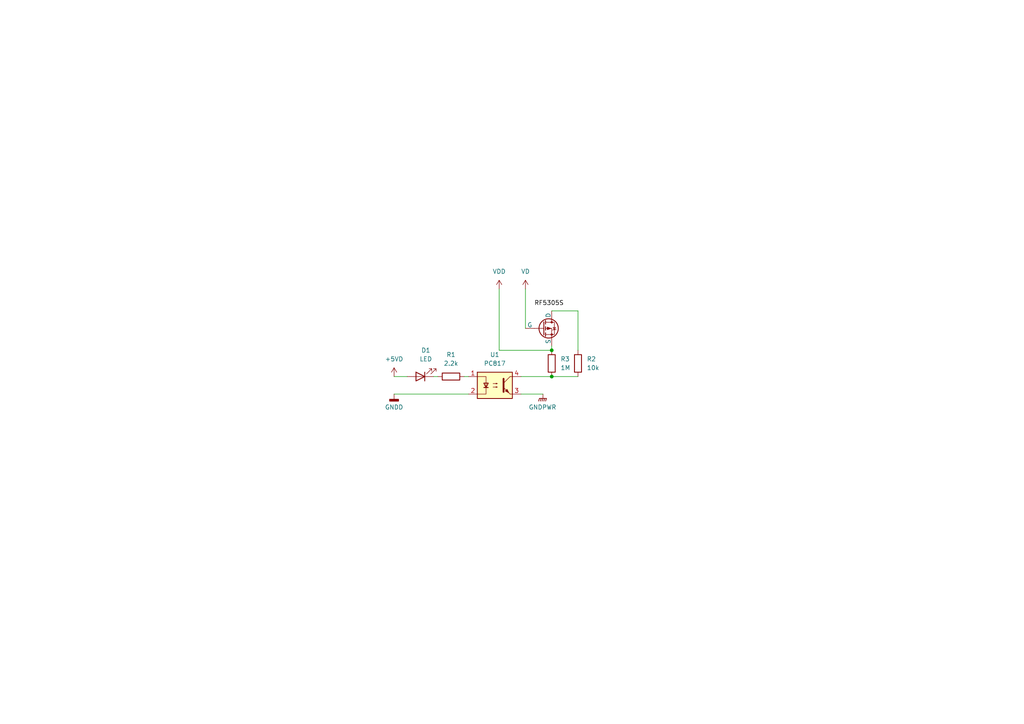
<source format=kicad_sch>
(kicad_sch (version 20230121) (generator eeschema)
  (paper "A4")
  (lib_symbols
    (symbol "Device:LED" (pin_numbers hide) (pin_names (offset 1.016) hide)
      (property "Reference" "D" (at 0 2.54 0))
      (property "Value" "LED" (at 0 -2.54 0))
      (symbol "LED_0_1"
        (polyline (pts (xy -1.27 -1.27) (xy -1.27 1.27)) (stroke (width 0.254)))
        (polyline (pts (xy -1.27 0) (xy 1.27 0)))
        (polyline (pts (xy 1.27 -1.27) (xy 1.27 1.27) (xy -1.27 0) (xy 1.27 -1.27)) (stroke (width 0.254)))
        (polyline (pts (xy -3.048 -0.762) (xy -4.572 -2.286) (xy -3.81 -2.286) (xy -4.572 -2.286) (xy -4.572 -1.524)))
        (polyline (pts (xy -1.778 -0.762) (xy -3.302 -2.286) (xy -2.54 -2.286) (xy -3.302 -2.286) (xy -3.302 -1.524)))
      )
      (symbol "LED_1_1"
        (pin passive line (at -3.81 0 0) (length 2.54) (name "K") (number "1"))
        (pin passive line (at 3.81 0 180) (length 2.54) (name "A") (number "2"))
      )
    )
    (symbol "Device:R" (pin_numbers hide) (pin_names (offset 0))
      (property "Reference" "R" (at 2.032 0 90))
      (property "Value" "R" (at 0 0 90))
      (symbol "R_0_1"
        (rectangle (start -1.016 -2.54) (end 1.016 2.54) (stroke (width 0.254)))
      )
      (symbol "R_1_1"
        (pin passive line (at 0 3.81 270) (length 1.27) (name "~") (number "1"))
        (pin passive line (at 0 -3.81 90) (length 1.27) (name "~") (number "2"))
      )
    )
    (symbol "Isolator:PC817" (pin_names (offset 1.016))
      (property "Reference" "U" (at -5.08 5.08 0))
      (property "Value" "PC817" (at 0 5.08 0))
      (symbol "PC817_0_1"
        (rectangle (start -5.08 3.81) (end 5.08 -3.81) (stroke (width 0.254)) (fill (type background)))
        (polyline (pts (xy -3.175 -0.635) (xy -1.905 -0.635)) (stroke (width 0.254)))
        (polyline (pts (xy 2.54 0.635) (xy 4.445 2.54)))
        (polyline (pts (xy 4.445 -2.54) (xy 2.54 -0.635)) (fill (type outline)))
        (polyline (pts (xy 4.445 -2.54) (xy 5.08 -2.54)))
        (polyline (pts (xy 4.445 2.54) (xy 5.08 2.54)))
        (polyline (pts (xy -5.08 2.54) (xy -2.54 2.54) (xy -2.54 -0.635)))
        (polyline (pts (xy -2.54 -0.635) (xy -2.54 -2.54) (xy -5.08 -2.54)))
        (polyline (pts (xy 2.54 1.905) (xy 2.54 -1.905) (xy 2.54 -1.905)) (stroke (width 0.508)))
        (polyline (pts (xy -2.54 -0.635) (xy -3.175 0.635) (xy -1.905 0.635) (xy -2.54 -0.635)) (stroke (width 0.254)))
        (polyline (pts (xy -0.508 -0.508) (xy 0.762 -0.508) (xy 0.381 -0.635) (xy 0.381 -0.381) (xy 0.762 -0.508)))
        (polyline (pts (xy -0.508 0.508) (xy 0.762 0.508) (xy 0.381 0.381) (xy 0.381 0.635) (xy 0.762 0.508)))
        (polyline (pts (xy 3.048 -1.651) (xy 3.556 -1.143) (xy 4.064 -2.159) (xy 3.048 -1.651) (xy 3.048 -1.651)) (fill (type outline)))
      )
      (symbol "PC817_1_1"
        (pin passive line (at -7.62 2.54 0) (length 2.54) (name "~") (number "1"))
        (pin passive line (at -7.62 -2.54 0) (length 2.54) (name "~") (number "2"))
        (pin passive line (at 7.62 -2.54 180) (length 2.54) (name "~") (number "3"))
        (pin passive line (at 7.62 2.54 180) (length 2.54) (name "~") (number "4"))
      )
    )
    (symbol "Simulation_SPICE:PMOS" (pin_numbers hide) (pin_names (offset 0))
      (property "Reference" "Q" (at 5.08 1.27 0))
      (property "Value" "PMOS" (at 5.08 -1.27 0))
      (symbol "PMOS_0_1"
        (polyline (pts (xy 0.254 0) (xy -2.54 0)))
        (polyline (pts (xy 0.254 1.905) (xy 0.254 -1.905)) (stroke (width 0.254)))
        (polyline (pts (xy 0.762 -1.27) (xy 0.762 -2.286)) (stroke (width 0.254)))
        (polyline (pts (xy 0.762 0.508) (xy 0.762 -0.508)) (stroke (width 0.254)))
        (polyline (pts (xy 0.762 2.286) (xy 0.762 1.27)) (stroke (width 0.254)))
        (polyline (pts (xy 2.54 2.54) (xy 2.54 1.778)))
        (polyline (pts (xy 2.54 -2.54) (xy 2.54 0) (xy 0.762 0)))
        (polyline (pts (xy 0.762 1.778) (xy 3.302 1.778) (xy 3.302 -1.778) (xy 0.762 -1.778)))
        (polyline (pts (xy 2.286 0) (xy 1.27 0.381) (xy 1.27 -0.381) (xy 2.286 0)) (fill (type outline)))
        (polyline (pts (xy 2.794 -0.508) (xy 2.921 -0.381) (xy 3.683 -0.381) (xy 3.81 -0.254)))
        (polyline (pts (xy 3.302 -0.381) (xy 2.921 0.254) (xy 3.683 0.254) (xy 3.302 -0.381)))
        (circle (center 1.651 0) (radius 2.794) (stroke (width 0.254)))
        (circle (center 2.54 -1.778) (radius 0.254) (fill (type outline)))
        (circle (center 2.54 1.778) (radius 0.254) (fill (type outline)))
      )
      (symbol "PMOS_1_1"
        (pin passive line (at 2.54 5.08 270) (length 2.54) (name "D") (number "1"))
        (pin input line (at -5.08 0 0) (length 2.54) (name "G") (number "2"))
        (pin passive line (at 2.54 -5.08 90) (length 2.54) (name "S") (number "3"))
      )
    )
    (symbol "power:+5VD" (power) (pin_names (offset 0))
      (property "Value" "+5VD" (at 0 3.556 0))
      (symbol "+5VD_0_1"
        (polyline (pts (xy -0.762 1.27) (xy 0 2.54)))
        (polyline (pts (xy 0 0) (xy 0 2.54)))
        (polyline (pts (xy 0 2.54) (xy 0.762 1.27)))
      )
      (symbol "+5VD_1_1"
        (pin power_in line (at 0 0 90) (length 0) hide (name "+5VD") (number "1"))
      )
    )
    (symbol "power:GNDD" (power) (pin_names (offset 0))
      (property "Value" "GNDD" (at 0 -3.175 0))
      (symbol "GNDD_0_1"
        (rectangle (start -1.27 -1.524) (end 1.27 -2.032) (stroke (width 0.254)) (fill (type outline)))
        (polyline (pts (xy 0 0) (xy 0 -1.524)))
      )
      (symbol "GNDD_1_1"
        (pin power_in line (at 0 0 270) (length 0) hide (name "GNDD") (number "1"))
      )
    )
    (symbol "power:GNDPWR" (power) (pin_names (offset 0))
      (property "Value" "GNDPWR" (at 0 -3.302 0))
      (symbol "GNDPWR_0_1"
        (polyline (pts (xy 0 -1.27) (xy 0 0)))
        (polyline (pts (xy -1.016 -1.27) (xy -1.27 -2.032) (xy -1.27 -2.032)) (stroke (width 0.2032)))
        (polyline (pts (xy -0.508 -1.27) (xy -0.762 -2.032) (xy -0.762 -2.032)) (stroke (width 0.2032)))
        (polyline (pts (xy 0 -1.27) (xy -0.254 -2.032) (xy -0.254 -2.032)) (stroke (width 0.2032)))
        (polyline (pts (xy 0.508 -1.27) (xy 0.254 -2.032) (xy 0.254 -2.032)) (stroke (width 0.2032)))
        (polyline (pts (xy 1.016 -1.27) (xy -1.016 -1.27) (xy -1.016 -1.27)) (stroke (width 0.2032)))
        (polyline (pts (xy 1.016 -1.27) (xy 0.762 -2.032) (xy 0.762 -2.032) (xy 0.762 -2.032)) (stroke (width 0.2032)))
      )
      (symbol "GNDPWR_1_1"
        (pin power_in line (at 0 0 270) (length 0) hide (name "GNDPWR") (number "1"))
      )
    )
    (symbol "power:VD" (power) (pin_names (offset 0))
      (property "Value" "VD" (at 0 3.81 0))
      (symbol "VD_0_1"
        (polyline (pts (xy -0.762 1.27) (xy 0 2.54)))
        (polyline (pts (xy 0 0) (xy 0 2.54)))
        (polyline (pts (xy 0 2.54) (xy 0.762 1.27)))
      )
      (symbol "VD_1_1"
        (pin power_in line (at 0 0 90) (length 0) hide (name "VD") (number "1"))
      )
    )
    (symbol "power:VDD" (power) (pin_names (offset 0))
      (property "Value" "VDD" (at 0 3.81 0))
      (symbol "VDD_0_1"
        (polyline (pts (xy -0.762 1.27) (xy 0 2.54)))
        (polyline (pts (xy 0 0) (xy 0 2.54)))
        (polyline (pts (xy 0 2.54) (xy 0.762 1.27)))
      )
      (symbol "VDD_1_1"
        (pin power_in line (at 0 0 90) (length 0) hide (name "VDD") (number "1"))
      )
    )
  )
  (junction (at 160.02 101.6))
  (junction (at 160.02 109.22))
  (wire (pts (xy 125.73 109.22) (xy 127 109.22)))
  (wire (pts (xy 114.3 109.22) (xy 118.11 109.22)))
  (wire (pts (xy 152.4 83.82) (xy 152.4 95.25)))
  (wire (pts (xy 144.78 101.6) (xy 160.02 101.6)))
  (wire (pts (xy 160.02 101.6) (xy 160.02 100.33)))
  (wire (pts (xy 114.3 114.3) (xy 135.89 114.3)))
  (wire (pts (xy 160.02 109.22) (xy 167.64 109.22)))
  (wire (pts (xy 151.13 109.22) (xy 160.02 109.22)))
  (wire (pts (xy 167.64 101.6) (xy 167.64 90.17)))
  (wire (pts (xy 134.62 109.22) (xy 135.89 109.22)))
  (wire (pts (xy 151.13 114.3) (xy 157.48 114.3)))
  (wire (pts (xy 144.78 83.82) (xy 144.78 101.6)))
  (wire (pts (xy 167.64 90.17) (xy 160.02 90.17)))
  (label "RF5305S" (at 154.94 88.9 0))
  (symbol (lib_id "Device:R") (at 160.02 105.41 0) (unit 1)
    (property "Reference" "R3" (at 162.56 104.14 0) (effects (justify left)))
    (property "Value" "1M" (at 162.56 106.68 0) (effects (justify left)))
    (property "Footprint" "Resistor_SMD:R_0805_2012Metric" (effects hide))
  )
  (symbol (lib_id "power:GNDD") (at 114.3 114.3 0) (unit 1)
    (property "Reference" "#PWR05" (effects hide))
    (property "Value" "GNDD" (at 114.3 118.11 0))
    (property "Footprint" "Connector_Wire:SolderWire-0.1sqmm_1x01_D0.4mm_OD1mm" (effects hide))
  )
  (symbol (lib_id "power:VD") (at 152.4 83.82 0) (unit 1)
    (property "Reference" "#PWR04" (effects hide))
    (property "Value" "VD" (at 152.4 78.74 0))
    (property "Footprint" "Connector_Wire:SolderWire-0.1sqmm_1x01_D0.4mm_OD1mm" (effects hide))
  )
  (symbol (lib_id "Device:R") (at 167.64 105.41 180) (unit 1)
    (property "Reference" "R2" (at 170.18 104.14 0) (effects (justify right)))
    (property "Value" "10k" (at 170.18 106.68 0) (effects (justify right)))
    (property "Footprint" "Resistor_SMD:R_0805_2012Metric" (effects hide))
  )
  (symbol (lib_id "Device:LED") (at 121.92 109.22 180) (unit 1)
    (property "Reference" "D1" (at 123.5075 101.6 0))
    (property "Value" "LED" (at 123.5075 104.14 0))
    (property "Footprint" "LED_SMD:LED_0805_2012Metric" (effects hide))
  )
  (symbol (lib_id "power:GNDPWR") (at 157.48 114.3 0) (unit 1)
    (property "Reference" "#PWR02" (effects hide))
    (property "Value" "GNDPWR" (at 157.353 118.11 0))
    (property "Footprint" "Connector_Wire:SolderWire-0.1sqmm_1x01_D0.4mm_OD1mm" (effects hide))
  )
  (symbol (lib_id "power:+5VD") (at 114.3 109.22 0) (unit 1)
    (property "Reference" "#PWR01" (effects hide))
    (property "Value" "+5VD" (at 114.3 104.14 0))
    (property "Footprint" "Connector_Wire:SolderWire-0.1sqmm_1x01_D0.4mm_OD1mm" (effects hide))
  )
  (symbol (lib_id "Isolator:PC817") (at 143.51 111.76 0) (unit 1)
    (property "Reference" "U1" (at 143.51 102.87 0))
    (property "Value" "PC817" (at 143.51 105.41 0))
    (property "Footprint" "Package_DIP:DIP-4_W7.62mm" (effects hide))
    (property "Datasheet" "http://www.soselectronic.cz/a_info/resource/d/pc817.pdf" (effects hide))
  )
  (symbol (lib_id "Device:R") (at 130.81 109.22 90) (unit 1)
    (property "Reference" "R1" (at 130.81 102.87 90))
    (property "Value" "2.2k" (at 130.81 105.41 90))
    (property "Footprint" "Resistor_SMD:R_0805_2012Metric" (effects hide))
  )
  (symbol (lib_id "Simulation_SPICE:PMOS") (at 157.48 95.25 0) (unit 1)
    (property "Reference" "Q1" (effects hide))
    (property "Value" "PMOS" (effects hide))
    (property "Footprint" "Package_TO_SOT_SMD:TO-263-2" (effects hide))
    (property "Datasheet" "https://ngspice.sourceforge.io/docs/ngspice-manual.pdf" (effects hide))
    (property "Sim.Device" "PMOS" (effects hide))
    (property "Sim.Type" "VDMOS" (effects hide))
    (property "Sim.Pins" "1=D 2=G 3=S" (effects hide))
  )
  (symbol (lib_id "power:VDD") (at 144.78 83.82 0) (unit 1)
    (property "Reference" "#PWR03" (effects hide))
    (property "Value" "VDD" (at 144.78 78.74 0))
  )
)
</source>
